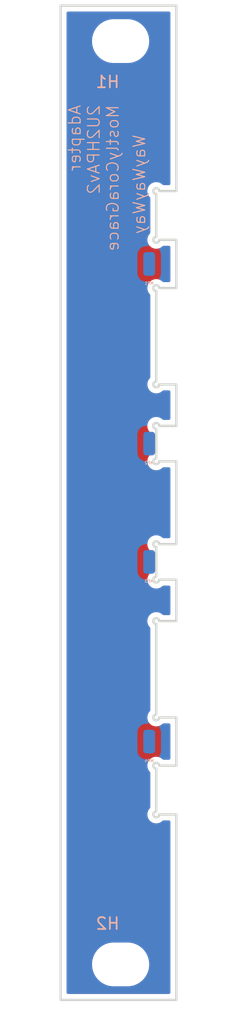
<source format=kicad_pcb>
(kicad_pcb (version 20241229) (generator "pcbnew") (generator_version "9.0")
  (layers (0 "F.Cu" signal) (2 "B.Cu" signal) (13 "F.Paste" user) (15 "B.Paste" user) (5 "F.SilkS" user "F.Silkscreen") (7 "B.SilkS" user "B.Silkscreen") (1 "F.Mask" user) (3 "B.Mask" user) (25 "Edge.Cuts" user))
  (net 0 "")
  (footprint "EXC:MountingHole_3.2mm_M3" (layer "F.Cu") (at 5.08 5.425)
    (property "Reference" "H1" (at 0 3.45 0) (layer "B.SilkS") (effects (justify left mirror)))
    (property "Value" "Eurorack_M3_MountingHole")
    (pad "" np_thru_hole oval (at 0 0) (size 4.34 3.2) (drill oval 4.34 3.2) (layers "*.Cu" "*.Mask"))
  )
  (footprint "EXC:MountingHole_3.2mm_M3" (layer "F.Cu") (at 5.08 83.475)
    (property "Reference" "H2" (at 0 -3.45 0) (layer "B.SilkS") (effects (justify left mirror)))
    (property "Value" "Eurorack_M3_MountingHole")
    (pad "" np_thru_hole oval (at 0 0) (size 4.34 3.2) (drill oval 4.34 3.2) (layers "*.Cu" "*.Mask"))
  )
  (footprint "EXC:SolderWirePad_1x01_SMD_1x2mm" (layer "B.Cu") (at 7.5 24.2625 180)
    (property "Reference" "MP1" (at 0 -1.6256 0) (layer "B.SilkS") (effects (font (size 0.25 0.25) (thickness 0.05) (bold yes)) (justify mirror)))
    (property "Value" "Mechanical_Pad_Solder_Linkage")
    (pad "1" smd roundrect (at 0 0 180) (size 1 2) (layers "B.Cu" "B.Mask" "B.Paste"))
  )
  (footprint "EXC:SolderWirePad_1x01_SMD_1x2mm" (layer "B.Cu") (at 7.5 39.45 180)
    (property "Reference" "MP2" (at 0 -1.6256 0) (layer "B.SilkS") (effects (font (size 0.25 0.25) (thickness 0.05) (bold yes)) (justify mirror)))
    (property "Value" "Mechanical_Pad_Solder_Linkage")
    (pad "1" smd roundrect (at 0 0 180) (size 1 2) (layers "B.Cu" "B.Mask" "B.Paste"))
  )
  (footprint "EXC:SolderWirePad_1x01_SMD_1x2mm" (layer "B.Cu") (at 7.5 49.45 180)
    (property "Reference" "MP3" (at 0 -1.6256 0) (layer "B.SilkS") (effects (font (size 0.25 0.25) (thickness 0.05) (bold yes)) (justify mirror)))
    (property "Value" "Mechanical_Pad_Solder_Linkage")
    (pad "1" smd roundrect (at 0 0 180) (size 1 2) (layers "B.Cu" "B.Mask" "B.Paste"))
  )
  (footprint "EXC:SolderWirePad_1x01_SMD_1x2mm" (layer "B.Cu") (at 7.5 64.6375 180)
    (property "Reference" "MP4" (at 0 -1.6256 0) (layer "B.SilkS") (effects (font (size 0.25 0.25) (thickness 0.05) (bold yes)) (justify mirror)))
    (property "Value" "Mechanical_Pad_Solder_Linkage")
    (pad "1" smd roundrect (at 0 0 180) (size 1 2) (layers "B.Cu" "B.Mask" "B.Paste"))
  )
  (gr_arc (start 8.35 40.95) (mid 7.923223 41.126777) (end 8.1 40.7) (stroke (width 0.2)) (layer "Edge.Cuts"))
  (gr_line (start 8.35 70.8) (end 9.8 70.8) (stroke (width 0.2)) (layer "Edge.Cuts"))
  (gr_arc (start 8.1 54.7) (mid 7.923223 54.273223) (end 8.35 54.45) (stroke (width 0.2)) (layer "Edge.Cuts"))
  (gr_line (start 8.1 18.35) (end 8.1 21.975) (stroke (width 0.2)) (layer "Edge.Cuts"))
  (gr_line (start 8.1 54.7) (end 8.1 62.35) (stroke (width 0.2)) (layer "Edge.Cuts"))
  (gr_arc (start 8.35 50.95) (mid 7.923223 51.126777) (end 8.1 50.7) (stroke (width 0.2)) (layer "Edge.Cuts"))
  (gr_arc (start 8.1 26.55) (mid 7.923223 26.123223) (end 8.35 26.3) (stroke (width 0.2)) (layer "Edge.Cuts"))
  (gr_line (start 8.35 34.45) (end 9.8 34.45) (stroke (width 0.2)) (layer "Edge.Cuts"))
  (gr_arc (start 8.35 22.225) (mid 7.923223 22.401777) (end 8.1 21.975) (stroke (width 0.2)) (layer "Edge.Cuts"))
  (gr_line (start 8.1 38.2) (end 8.1 40.7) (stroke (width 0.2)) (layer "Edge.Cuts"))
  (gr_arc (start 8.35 62.6) (mid 7.923223 62.776777) (end 8.1 62.35) (stroke (width 0.2)) (layer "Edge.Cuts"))
  (gr_arc (start 8.35 34.45) (mid 7.923223 34.626777) (end 8.1 34.2) (stroke (width 0.2)) (layer "Edge.Cuts"))
  (gr_line (start 8.35 62.6) (end 9.8 62.6) (stroke (width 0.2)) (layer "Edge.Cuts"))
  (gr_arc (start 8.1 18.35) (mid 7.923223 17.923223) (end 8.35 18.1) (stroke (width 0.2)) (layer "Edge.Cuts"))
  (gr_line (start 0 2.425) (end 9.8 2.425) (stroke (width 0.2)) (layer "Edge.Cuts"))
  (gr_line (start 8.1 26.55) (end 8.1 34.2) (stroke (width 0.2)) (layer "Edge.Cuts"))
  (gr_arc (start 8.1 66.925) (mid 7.923223 66.498223) (end 8.35 66.675) (stroke (width 0.2)) (layer "Edge.Cuts"))
  (gr_line (start 9.8 62.6) (end 9.8 66.675) (stroke (width 0.2)) (layer "Edge.Cuts"))
  (gr_line (start 9.8 50.95) (end 9.8 54.45) (stroke (width 0.2)) (layer "Edge.Cuts"))
  (gr_line (start 8.35 47.95) (end 9.8 47.95) (stroke (width 0.2)) (layer "Edge.Cuts"))
  (gr_line (start 8.35 26.3) (end 9.8 26.3) (stroke (width 0.2)) (layer "Edge.Cuts"))
  (gr_line (start 8.35 54.45) (end 9.8 54.45) (stroke (width 0.2)) (layer "Edge.Cuts"))
  (gr_line (start 9.8 22.225) (end 9.8 26.3) (stroke (width 0.2)) (layer "Edge.Cuts"))
  (gr_line (start 8.35 22.225) (end 9.8 22.225) (stroke (width 0.2)) (layer "Edge.Cuts"))
  (gr_line (start 9.8 40.95) (end 9.8 47.95) (stroke (width 0.2)) (layer "Edge.Cuts"))
  (gr_line (start 8.1 66.925) (end 8.1 70.55) (stroke (width 0.2)) (layer "Edge.Cuts"))
  (gr_line (start 9.8 2.425) (end 9.8 18.1) (stroke (width 0.2)) (layer "Edge.Cuts"))
  (gr_line (start 9.8 34.45) (end 9.8 37.95) (stroke (width 0.2)) (layer "Edge.Cuts"))
  (gr_line (start 0 2.425) (end 0 86.475) (stroke (width 0.2)) (layer "Edge.Cuts"))
  (gr_line (start 9.8 70.8) (end 9.8 86.475) (stroke (width 0.2)) (layer "Edge.Cuts"))
  (gr_line (start 8.35 40.95) (end 9.8 40.95) (stroke (width 0.2)) (layer "Edge.Cuts"))
  (gr_arc (start 8.35 70.8) (mid 7.923223 70.976777) (end 8.1 70.55) (stroke (width 0.2)) (layer "Edge.Cuts"))
  (gr_arc (start 8.1 38.2) (mid 7.923223 37.773223) (end 8.35 37.95) (stroke (width 0.2)) (layer "Edge.Cuts"))
  (gr_line (start 0 86.475) (end 9.8 86.475) (stroke (width 0.2)) (layer "Edge.Cuts"))
  (gr_line (start 8.35 66.675) (end 9.8 66.675) (stroke (width 0.2)) (layer "Edge.Cuts"))
  (gr_line (start 8.35 50.95) (end 9.8 50.95) (stroke (width 0.2)) (layer "Edge.Cuts"))
  (gr_arc (start 8.1 48.2) (mid 7.923223 47.773223) (end 8.35 47.95) (stroke (width 0.2)) (layer "Edge.Cuts"))
  (gr_line (start 8.35 37.95) (end 9.8 37.95) (stroke (width 0.2)) (layer "Edge.Cuts"))
  (gr_line (start 8.35 18.1) (end 9.8 18.1) (stroke (width 0.2)) (layer "Edge.Cuts"))
  (gr_line (start 8.1 48.2) (end 8.1 50.7) (stroke (width 0.2)) (layer "Edge.Cuts"))
  (gr_text "WayWayWay" (at 7.25 13.25 90) (layer "B.SilkS") (effects (font (size 1 1) (thickness 0.1)) (justify left bottom mirror)))
  (gr_text "Adapter\n2U2HPAv2\nMostlyCoraGrace" (at 5 10.75 90) (layer "B.SilkS") (effects (font (size 1 1) (thickness 0.1)) (justify left bottom mirror)))
  (zone (net 0) (net_name "") (layers "F.Cu" "B.Cu") (connect_pads (clearance 0.5)) (min_thickness 0.25) (fill yes (thermal_gap 0.5) (thermal_bridge_width 0.5) (island_removal_mode 1) (island_area_min 10))
    (polygon (pts (xy 0 2.425) (xy 9.8 2.425) (xy 9.8 18.1) (xy 8.1 18.1) (xy 8.1 22.225) (xy 9.8 22.225) (xy 9.8 26.3) (xy 8.1 26.3) (xy 8.1 34.45) (xy 9.8 34.45) (xy 9.8 37.95) (xy 8.1 37.95) (xy 8.1 40.95) (xy 9.8 40.95) (xy 9.8 47.95) (xy 8.1 47.95) (xy 8.1 50.95) (xy 9.8 50.95) (xy 9.8 54.45) (xy 8.1 54.45) (xy 8.1 62.6) (xy 9.8 62.6) (xy 9.8 66.675) (xy 8.1 66.675) (xy 8.1 70.8) (xy 9.8 70.8) (xy 9.8 86.475) (xy 0 86.475)))
  )
)
</source>
